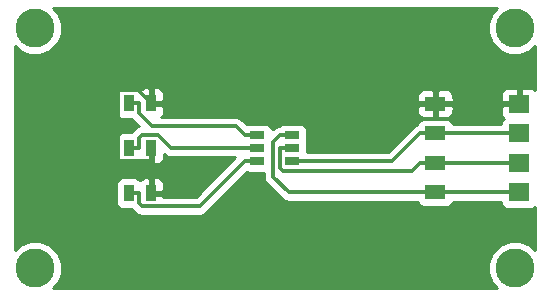
<source format=gtl>
G04 (created by PCBNEW-RS274X (2011-07-19)-testing) date Fri 10 Feb 2012 01:24:02 PM PST*
G01*
G70*
G90*
%MOIN*%
G04 Gerber Fmt 3.4, Leading zero omitted, Abs format*
%FSLAX34Y34*%
G04 APERTURE LIST*
%ADD10C,0.006000*%
%ADD11R,0.035000X0.055000*%
%ADD12R,0.051200X0.027600*%
%ADD13C,0.130000*%
%ADD14R,0.070900X0.047200*%
%ADD15R,0.070900X0.059100*%
%ADD16C,0.012000*%
%ADD17C,0.010000*%
G04 APERTURE END LIST*
G54D10*
G54D11*
X34125Y-23500D03*
X34875Y-23500D03*
X34125Y-25000D03*
X34875Y-25000D03*
X34125Y-26500D03*
X34875Y-26500D03*
G54D12*
X39581Y-25433D03*
X39581Y-25000D03*
X39581Y-24567D03*
X38419Y-25433D03*
X38419Y-25000D03*
X38419Y-24567D03*
G54D13*
X31000Y-21000D03*
X31000Y-29000D03*
X47000Y-29000D03*
X47000Y-21000D03*
G54D14*
X44352Y-23524D03*
X44352Y-24508D03*
X44352Y-26476D03*
G54D15*
X47148Y-26476D03*
X47148Y-25492D03*
G54D14*
X44352Y-25492D03*
G54D15*
X47148Y-24508D03*
X47148Y-23524D03*
G54D16*
X47148Y-26476D02*
X44352Y-26476D01*
X39581Y-24567D02*
X39162Y-24567D01*
X39456Y-26476D02*
X44352Y-26476D01*
X38939Y-25959D02*
X39456Y-26476D01*
X38939Y-24790D02*
X38939Y-25959D01*
X39162Y-24567D02*
X38939Y-24790D01*
X47148Y-25492D02*
X44352Y-25492D01*
X43571Y-25755D02*
X43834Y-25492D01*
X39257Y-25755D02*
X43571Y-25755D01*
X39162Y-25660D02*
X39257Y-25755D01*
X39162Y-25000D02*
X39162Y-25660D01*
X39581Y-25000D02*
X39162Y-25000D01*
X44352Y-25492D02*
X43834Y-25492D01*
X47148Y-24508D02*
X44352Y-24508D01*
X42909Y-25433D02*
X39581Y-25433D01*
X43834Y-24508D02*
X42909Y-25433D01*
X44352Y-24508D02*
X43834Y-24508D01*
X47148Y-23524D02*
X44352Y-23524D01*
X35237Y-23524D02*
X35213Y-23500D01*
X44352Y-23524D02*
X35237Y-23524D01*
X34875Y-23500D02*
X35213Y-23500D01*
X34436Y-23061D02*
X34875Y-23500D01*
X33796Y-23061D02*
X34436Y-23061D01*
X33786Y-23071D02*
X33796Y-23061D01*
X33786Y-25410D02*
X33786Y-23071D01*
X33820Y-25444D02*
X33786Y-25410D01*
X34875Y-25444D02*
X33820Y-25444D01*
X34875Y-26500D02*
X34875Y-25444D01*
X34875Y-25444D02*
X34875Y-25000D01*
X34463Y-24662D02*
X34463Y-25000D01*
X34564Y-24561D02*
X34463Y-24662D01*
X35116Y-24561D02*
X34564Y-24561D01*
X35555Y-25000D02*
X35116Y-24561D01*
X38419Y-25000D02*
X35555Y-25000D01*
X34125Y-25000D02*
X34463Y-25000D01*
X36494Y-26939D02*
X38000Y-25433D01*
X34564Y-26939D02*
X36494Y-26939D01*
X34463Y-26838D02*
X34564Y-26939D01*
X34463Y-26500D02*
X34463Y-26838D01*
X34125Y-26500D02*
X34463Y-26500D01*
X38419Y-25433D02*
X38000Y-25433D01*
X37699Y-24266D02*
X38000Y-24567D01*
X34891Y-24266D02*
X37699Y-24266D01*
X34463Y-23838D02*
X34891Y-24266D01*
X34463Y-23500D02*
X34463Y-23838D01*
X34125Y-23500D02*
X34463Y-23500D01*
X38419Y-24567D02*
X38000Y-24567D01*
G54D10*
G36*
X47675Y-28402D02*
X47511Y-28238D01*
X47180Y-28100D01*
X46822Y-28100D01*
X46491Y-28237D01*
X46238Y-28489D01*
X46100Y-28820D01*
X46100Y-29178D01*
X46237Y-29509D01*
X46402Y-29675D01*
X31597Y-29675D01*
X31762Y-29511D01*
X31900Y-29180D01*
X31900Y-28822D01*
X31763Y-28491D01*
X31511Y-28238D01*
X31180Y-28100D01*
X30822Y-28100D01*
X30491Y-28237D01*
X30325Y-28402D01*
X30325Y-21597D01*
X30489Y-21762D01*
X30820Y-21900D01*
X31178Y-21900D01*
X31509Y-21763D01*
X31762Y-21511D01*
X31900Y-21180D01*
X31900Y-20822D01*
X31763Y-20491D01*
X31597Y-20325D01*
X46402Y-20325D01*
X46238Y-20489D01*
X46100Y-20820D01*
X46100Y-21178D01*
X46237Y-21509D01*
X46489Y-21762D01*
X46820Y-21900D01*
X47178Y-21900D01*
X47509Y-21763D01*
X47675Y-21597D01*
X47675Y-23050D01*
X47643Y-23018D01*
X47552Y-22980D01*
X47453Y-22980D01*
X47260Y-22979D01*
X47198Y-23041D01*
X47198Y-23424D01*
X47198Y-23474D01*
X47198Y-23574D01*
X47098Y-23574D01*
X47098Y-23474D01*
X47098Y-23041D01*
X47036Y-22979D01*
X46843Y-22980D01*
X46744Y-22980D01*
X46653Y-23018D01*
X46583Y-23088D01*
X46545Y-23180D01*
X46544Y-23412D01*
X46606Y-23474D01*
X47098Y-23474D01*
X47098Y-23574D01*
X47048Y-23574D01*
X46606Y-23574D01*
X46544Y-23636D01*
X46545Y-23868D01*
X46583Y-23960D01*
X46639Y-24016D01*
X46583Y-24072D01*
X46545Y-24163D01*
X46545Y-24198D01*
X44956Y-24198D01*
X44956Y-23636D01*
X44956Y-23412D01*
X44955Y-23239D01*
X44917Y-23147D01*
X44847Y-23077D01*
X44756Y-23039D01*
X44657Y-23039D01*
X44464Y-23038D01*
X44402Y-23100D01*
X44402Y-23474D01*
X44894Y-23474D01*
X44956Y-23412D01*
X44956Y-23636D01*
X44894Y-23574D01*
X44402Y-23574D01*
X44402Y-23948D01*
X44464Y-24010D01*
X44657Y-24009D01*
X44756Y-24009D01*
X44847Y-23971D01*
X44917Y-23901D01*
X44955Y-23809D01*
X44956Y-23636D01*
X44956Y-24198D01*
X44944Y-24198D01*
X44917Y-24131D01*
X44847Y-24061D01*
X44756Y-24023D01*
X44657Y-24023D01*
X44302Y-24023D01*
X44302Y-23948D01*
X44302Y-23574D01*
X44302Y-23474D01*
X44302Y-23100D01*
X44240Y-23038D01*
X44047Y-23039D01*
X43948Y-23039D01*
X43857Y-23077D01*
X43787Y-23147D01*
X43749Y-23239D01*
X43748Y-23412D01*
X43810Y-23474D01*
X44302Y-23474D01*
X44302Y-23574D01*
X43810Y-23574D01*
X43748Y-23636D01*
X43749Y-23809D01*
X43787Y-23901D01*
X43857Y-23971D01*
X43948Y-24009D01*
X44047Y-24009D01*
X44240Y-24010D01*
X44302Y-23948D01*
X44302Y-24023D01*
X43949Y-24023D01*
X43857Y-24061D01*
X43787Y-24131D01*
X43752Y-24214D01*
X43715Y-24222D01*
X43615Y-24289D01*
X42781Y-25123D01*
X40086Y-25123D01*
X40086Y-25089D01*
X40086Y-24813D01*
X40073Y-24783D01*
X40086Y-24755D01*
X40086Y-24656D01*
X40086Y-24380D01*
X40048Y-24288D01*
X39978Y-24218D01*
X39887Y-24180D01*
X39788Y-24180D01*
X39276Y-24180D01*
X39184Y-24218D01*
X39140Y-24261D01*
X39043Y-24281D01*
X38943Y-24348D01*
X38920Y-24370D01*
X38886Y-24288D01*
X38816Y-24218D01*
X38725Y-24180D01*
X38626Y-24180D01*
X38114Y-24180D01*
X38069Y-24198D01*
X37918Y-24047D01*
X37818Y-23980D01*
X37699Y-23956D01*
X35221Y-23956D01*
X35261Y-23916D01*
X35299Y-23825D01*
X35299Y-23726D01*
X35300Y-23612D01*
X35300Y-23388D01*
X35299Y-23274D01*
X35299Y-23175D01*
X35261Y-23084D01*
X35191Y-23014D01*
X35099Y-22976D01*
X34987Y-22975D01*
X34925Y-23037D01*
X34925Y-23450D01*
X35238Y-23450D01*
X35300Y-23388D01*
X35300Y-23612D01*
X35238Y-23550D01*
X34975Y-23550D01*
X34925Y-23550D01*
X34825Y-23550D01*
X34825Y-23450D01*
X34825Y-23400D01*
X34825Y-23037D01*
X34763Y-22975D01*
X34651Y-22976D01*
X34559Y-23014D01*
X34500Y-23073D01*
X34441Y-23014D01*
X34350Y-22976D01*
X34251Y-22976D01*
X33901Y-22976D01*
X33809Y-23014D01*
X33739Y-23084D01*
X33701Y-23175D01*
X33701Y-23274D01*
X33701Y-23824D01*
X33739Y-23916D01*
X33809Y-23986D01*
X33900Y-24024D01*
X33999Y-24024D01*
X34221Y-24024D01*
X34222Y-24024D01*
X34244Y-24057D01*
X34459Y-24272D01*
X34445Y-24275D01*
X34344Y-24342D01*
X34244Y-24443D01*
X34221Y-24476D01*
X33901Y-24476D01*
X33809Y-24514D01*
X33739Y-24584D01*
X33701Y-24675D01*
X33701Y-24774D01*
X33701Y-25324D01*
X33739Y-25416D01*
X33809Y-25486D01*
X33900Y-25524D01*
X33999Y-25524D01*
X34349Y-25524D01*
X34441Y-25486D01*
X34500Y-25427D01*
X34559Y-25486D01*
X34651Y-25524D01*
X34763Y-25525D01*
X34825Y-25463D01*
X34825Y-25100D01*
X34825Y-25050D01*
X34825Y-24950D01*
X34925Y-24950D01*
X34925Y-25050D01*
X34925Y-25100D01*
X34925Y-25463D01*
X34987Y-25525D01*
X35099Y-25524D01*
X35191Y-25486D01*
X35261Y-25416D01*
X35299Y-25325D01*
X35299Y-25226D01*
X35299Y-25183D01*
X35335Y-25219D01*
X35336Y-25219D01*
X35436Y-25286D01*
X35554Y-25309D01*
X35555Y-25310D01*
X37684Y-25310D01*
X36365Y-26629D01*
X35299Y-26629D01*
X35300Y-26612D01*
X35300Y-26388D01*
X35299Y-26274D01*
X35299Y-26175D01*
X35261Y-26084D01*
X35191Y-26014D01*
X35099Y-25976D01*
X34987Y-25975D01*
X34925Y-26037D01*
X34925Y-26450D01*
X35238Y-26450D01*
X35300Y-26388D01*
X35300Y-26612D01*
X35238Y-26550D01*
X34975Y-26550D01*
X34925Y-26550D01*
X34825Y-26550D01*
X34825Y-26450D01*
X34825Y-26400D01*
X34825Y-26037D01*
X34763Y-25975D01*
X34651Y-25976D01*
X34559Y-26014D01*
X34500Y-26073D01*
X34441Y-26014D01*
X34350Y-25976D01*
X34251Y-25976D01*
X33901Y-25976D01*
X33809Y-26014D01*
X33739Y-26084D01*
X33701Y-26175D01*
X33701Y-26274D01*
X33701Y-26824D01*
X33739Y-26916D01*
X33809Y-26986D01*
X33900Y-27024D01*
X33999Y-27024D01*
X34221Y-27024D01*
X34222Y-27024D01*
X34244Y-27057D01*
X34344Y-27158D01*
X34345Y-27158D01*
X34445Y-27225D01*
X34563Y-27248D01*
X34564Y-27249D01*
X36494Y-27249D01*
X36612Y-27225D01*
X36613Y-27225D01*
X36713Y-27158D01*
X38069Y-25802D01*
X38113Y-25820D01*
X38212Y-25820D01*
X38629Y-25820D01*
X38629Y-25959D01*
X38653Y-26078D01*
X38720Y-26178D01*
X39237Y-26695D01*
X39337Y-26762D01*
X39338Y-26762D01*
X39456Y-26786D01*
X43759Y-26786D01*
X43787Y-26853D01*
X43857Y-26923D01*
X43948Y-26961D01*
X44047Y-26961D01*
X44755Y-26961D01*
X44847Y-26923D01*
X44917Y-26853D01*
X44944Y-26786D01*
X46545Y-26786D01*
X46545Y-26820D01*
X46583Y-26912D01*
X46653Y-26982D01*
X46744Y-27020D01*
X46843Y-27020D01*
X47551Y-27020D01*
X47643Y-26982D01*
X47675Y-26950D01*
X47675Y-28402D01*
X47675Y-28402D01*
G37*
G54D17*
X47675Y-28402D02*
X47511Y-28238D01*
X47180Y-28100D01*
X46822Y-28100D01*
X46491Y-28237D01*
X46238Y-28489D01*
X46100Y-28820D01*
X46100Y-29178D01*
X46237Y-29509D01*
X46402Y-29675D01*
X31597Y-29675D01*
X31762Y-29511D01*
X31900Y-29180D01*
X31900Y-28822D01*
X31763Y-28491D01*
X31511Y-28238D01*
X31180Y-28100D01*
X30822Y-28100D01*
X30491Y-28237D01*
X30325Y-28402D01*
X30325Y-21597D01*
X30489Y-21762D01*
X30820Y-21900D01*
X31178Y-21900D01*
X31509Y-21763D01*
X31762Y-21511D01*
X31900Y-21180D01*
X31900Y-20822D01*
X31763Y-20491D01*
X31597Y-20325D01*
X46402Y-20325D01*
X46238Y-20489D01*
X46100Y-20820D01*
X46100Y-21178D01*
X46237Y-21509D01*
X46489Y-21762D01*
X46820Y-21900D01*
X47178Y-21900D01*
X47509Y-21763D01*
X47675Y-21597D01*
X47675Y-23050D01*
X47643Y-23018D01*
X47552Y-22980D01*
X47453Y-22980D01*
X47260Y-22979D01*
X47198Y-23041D01*
X47198Y-23424D01*
X47198Y-23474D01*
X47198Y-23574D01*
X47098Y-23574D01*
X47098Y-23474D01*
X47098Y-23041D01*
X47036Y-22979D01*
X46843Y-22980D01*
X46744Y-22980D01*
X46653Y-23018D01*
X46583Y-23088D01*
X46545Y-23180D01*
X46544Y-23412D01*
X46606Y-23474D01*
X47098Y-23474D01*
X47098Y-23574D01*
X47048Y-23574D01*
X46606Y-23574D01*
X46544Y-23636D01*
X46545Y-23868D01*
X46583Y-23960D01*
X46639Y-24016D01*
X46583Y-24072D01*
X46545Y-24163D01*
X46545Y-24198D01*
X44956Y-24198D01*
X44956Y-23636D01*
X44956Y-23412D01*
X44955Y-23239D01*
X44917Y-23147D01*
X44847Y-23077D01*
X44756Y-23039D01*
X44657Y-23039D01*
X44464Y-23038D01*
X44402Y-23100D01*
X44402Y-23474D01*
X44894Y-23474D01*
X44956Y-23412D01*
X44956Y-23636D01*
X44894Y-23574D01*
X44402Y-23574D01*
X44402Y-23948D01*
X44464Y-24010D01*
X44657Y-24009D01*
X44756Y-24009D01*
X44847Y-23971D01*
X44917Y-23901D01*
X44955Y-23809D01*
X44956Y-23636D01*
X44956Y-24198D01*
X44944Y-24198D01*
X44917Y-24131D01*
X44847Y-24061D01*
X44756Y-24023D01*
X44657Y-24023D01*
X44302Y-24023D01*
X44302Y-23948D01*
X44302Y-23574D01*
X44302Y-23474D01*
X44302Y-23100D01*
X44240Y-23038D01*
X44047Y-23039D01*
X43948Y-23039D01*
X43857Y-23077D01*
X43787Y-23147D01*
X43749Y-23239D01*
X43748Y-23412D01*
X43810Y-23474D01*
X44302Y-23474D01*
X44302Y-23574D01*
X43810Y-23574D01*
X43748Y-23636D01*
X43749Y-23809D01*
X43787Y-23901D01*
X43857Y-23971D01*
X43948Y-24009D01*
X44047Y-24009D01*
X44240Y-24010D01*
X44302Y-23948D01*
X44302Y-24023D01*
X43949Y-24023D01*
X43857Y-24061D01*
X43787Y-24131D01*
X43752Y-24214D01*
X43715Y-24222D01*
X43615Y-24289D01*
X42781Y-25123D01*
X40086Y-25123D01*
X40086Y-25089D01*
X40086Y-24813D01*
X40073Y-24783D01*
X40086Y-24755D01*
X40086Y-24656D01*
X40086Y-24380D01*
X40048Y-24288D01*
X39978Y-24218D01*
X39887Y-24180D01*
X39788Y-24180D01*
X39276Y-24180D01*
X39184Y-24218D01*
X39140Y-24261D01*
X39043Y-24281D01*
X38943Y-24348D01*
X38920Y-24370D01*
X38886Y-24288D01*
X38816Y-24218D01*
X38725Y-24180D01*
X38626Y-24180D01*
X38114Y-24180D01*
X38069Y-24198D01*
X37918Y-24047D01*
X37818Y-23980D01*
X37699Y-23956D01*
X35221Y-23956D01*
X35261Y-23916D01*
X35299Y-23825D01*
X35299Y-23726D01*
X35300Y-23612D01*
X35300Y-23388D01*
X35299Y-23274D01*
X35299Y-23175D01*
X35261Y-23084D01*
X35191Y-23014D01*
X35099Y-22976D01*
X34987Y-22975D01*
X34925Y-23037D01*
X34925Y-23450D01*
X35238Y-23450D01*
X35300Y-23388D01*
X35300Y-23612D01*
X35238Y-23550D01*
X34975Y-23550D01*
X34925Y-23550D01*
X34825Y-23550D01*
X34825Y-23450D01*
X34825Y-23400D01*
X34825Y-23037D01*
X34763Y-22975D01*
X34651Y-22976D01*
X34559Y-23014D01*
X34500Y-23073D01*
X34441Y-23014D01*
X34350Y-22976D01*
X34251Y-22976D01*
X33901Y-22976D01*
X33809Y-23014D01*
X33739Y-23084D01*
X33701Y-23175D01*
X33701Y-23274D01*
X33701Y-23824D01*
X33739Y-23916D01*
X33809Y-23986D01*
X33900Y-24024D01*
X33999Y-24024D01*
X34221Y-24024D01*
X34222Y-24024D01*
X34244Y-24057D01*
X34459Y-24272D01*
X34445Y-24275D01*
X34344Y-24342D01*
X34244Y-24443D01*
X34221Y-24476D01*
X33901Y-24476D01*
X33809Y-24514D01*
X33739Y-24584D01*
X33701Y-24675D01*
X33701Y-24774D01*
X33701Y-25324D01*
X33739Y-25416D01*
X33809Y-25486D01*
X33900Y-25524D01*
X33999Y-25524D01*
X34349Y-25524D01*
X34441Y-25486D01*
X34500Y-25427D01*
X34559Y-25486D01*
X34651Y-25524D01*
X34763Y-25525D01*
X34825Y-25463D01*
X34825Y-25100D01*
X34825Y-25050D01*
X34825Y-24950D01*
X34925Y-24950D01*
X34925Y-25050D01*
X34925Y-25100D01*
X34925Y-25463D01*
X34987Y-25525D01*
X35099Y-25524D01*
X35191Y-25486D01*
X35261Y-25416D01*
X35299Y-25325D01*
X35299Y-25226D01*
X35299Y-25183D01*
X35335Y-25219D01*
X35336Y-25219D01*
X35436Y-25286D01*
X35554Y-25309D01*
X35555Y-25310D01*
X37684Y-25310D01*
X36365Y-26629D01*
X35299Y-26629D01*
X35300Y-26612D01*
X35300Y-26388D01*
X35299Y-26274D01*
X35299Y-26175D01*
X35261Y-26084D01*
X35191Y-26014D01*
X35099Y-25976D01*
X34987Y-25975D01*
X34925Y-26037D01*
X34925Y-26450D01*
X35238Y-26450D01*
X35300Y-26388D01*
X35300Y-26612D01*
X35238Y-26550D01*
X34975Y-26550D01*
X34925Y-26550D01*
X34825Y-26550D01*
X34825Y-26450D01*
X34825Y-26400D01*
X34825Y-26037D01*
X34763Y-25975D01*
X34651Y-25976D01*
X34559Y-26014D01*
X34500Y-26073D01*
X34441Y-26014D01*
X34350Y-25976D01*
X34251Y-25976D01*
X33901Y-25976D01*
X33809Y-26014D01*
X33739Y-26084D01*
X33701Y-26175D01*
X33701Y-26274D01*
X33701Y-26824D01*
X33739Y-26916D01*
X33809Y-26986D01*
X33900Y-27024D01*
X33999Y-27024D01*
X34221Y-27024D01*
X34222Y-27024D01*
X34244Y-27057D01*
X34344Y-27158D01*
X34345Y-27158D01*
X34445Y-27225D01*
X34563Y-27248D01*
X34564Y-27249D01*
X36494Y-27249D01*
X36612Y-27225D01*
X36613Y-27225D01*
X36713Y-27158D01*
X38069Y-25802D01*
X38113Y-25820D01*
X38212Y-25820D01*
X38629Y-25820D01*
X38629Y-25959D01*
X38653Y-26078D01*
X38720Y-26178D01*
X39237Y-26695D01*
X39337Y-26762D01*
X39338Y-26762D01*
X39456Y-26786D01*
X43759Y-26786D01*
X43787Y-26853D01*
X43857Y-26923D01*
X43948Y-26961D01*
X44047Y-26961D01*
X44755Y-26961D01*
X44847Y-26923D01*
X44917Y-26853D01*
X44944Y-26786D01*
X46545Y-26786D01*
X46545Y-26820D01*
X46583Y-26912D01*
X46653Y-26982D01*
X46744Y-27020D01*
X46843Y-27020D01*
X47551Y-27020D01*
X47643Y-26982D01*
X47675Y-26950D01*
X47675Y-28402D01*
M02*

</source>
